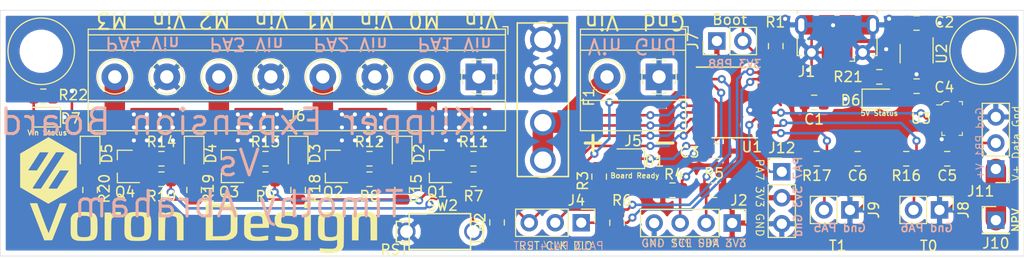
<source format=kicad_pcb>
(kicad_pcb (version 20171130) (host pcbnew "(5.1.5)-3")
  (title_block (rev B))
  (layers (0 F.Cu signal) (31 B.Cu signal hide) (34 B.Paste user hide) (35 F.Paste user) (36 B.SilkS user hide) (37 F.SilkS user) (38 B.Mask user hide) (39 F.Mask user) (44 Edge.Cuts user))
  (net 0 "")
  (net 1 +3V3)
  (net 2 GND)
  (net 3 "Net-(D1-Pad2)")
  (net 4 /SCL)
  (net 5 /SDA)
  (net 6 /D+)
  (net 7 /D-)
  (net 8 /~RESET)
  (net 9 /SWDCLK)
  (net 10 /SWDIO)
  (net 11 /BOOT0)
  (net 12 /Mosfet3)
  (net 13 /Mosfet2)
  (net 14 /Mosfet1)
  (net 15 /Mosfet0)
  (net 16 PWM0)
  (net 17 PWM1)
  (net 18 PWM2)
  (net 19 PWM3)
  (net 20 /LED)
  (net 21 /Vin)
  (net 22 "Net-(Q1-Pad1)")
  (net 23 "Net-(Q2-Pad1)")
  (net 24 "Net-(Q3-Pad1)")
  (net 25 "Net-(Q4-Pad1)")
  (net 26 "Net-(F1-Pad2)")
  (net 27 T0)
  (net 28 T1)
  (net 29 Neopixel)
  (net 30 GPIO)
  (net 31 VCC)
  (net 32 "Net-(J10-Pad1)")
  (net 33 "Net-(J11-Pad2)")
  (net 34 "Net-(D2-Pad2)")
  (net 35 "Net-(D3-Pad2)")
  (net 36 "Net-(D4-Pad2)")
  (net 37 "Net-(D5-Pad2)")
  (net 38 "Net-(D6-Pad2)")
  (net 39 "Net-(D7-Pad2)")
  (module KlipperExpander:SOT-753 (layer F.Cu) (at 192.978 86.564 270)
    (fp_text reference U3 (at 0 3.048 180) (layer F.SilkS))
    (fp_text value 74LVC1G17)
    (pad 1 smd rect (at -0.95 1.35 270) (size 0.6 1.05) (layers F.Cu F.Paste F.Mask))
    (pad 2 smd rect (at 0 1.35 270) (size 0.6 1.05) (layers F.Cu F.Paste F.Mask) (net 29 Neopixel))
    (pad 3 smd rect (at 0.95 1.35 270) (size 0.6 1.05) (layers F.Cu F.Paste F.Mask) (net 2 GND))
    (pad 4 smd rect (at 0.95 -1.35 270) (size 0.6 1.05) (layers F.Cu F.Paste F.Mask) (net 33 "Net-(J11-Pad2)"))
    (pad 5 smd rect (at -0.95 -1.35 270) (size 0.6 1.05) (layers F.Cu F.Paste F.Mask) (net 31 VCC))
  )
  (module KlipperExpander:SOT-23-5 (layer F.Cu) (at 189.509 80.239 270)
    (fp_text reference U2 (at 0 -2.453 90) (layer F.SilkS))
    (fp_text value AP2127K-3.3)
    (pad 5 smd rect (at 1.1 -0.95 270) (size 1.06 0.65) (layers F.Cu F.Paste F.Mask) (net 1 +3V3))
    (pad 4 smd rect (at 1.1 0.95 270) (size 1.06 0.65) (layers F.Cu F.Paste F.Mask))
    (pad 3 smd rect (at -1.1 0.95 270) (size 1.06 0.65) (layers F.Cu F.Paste F.Mask) (net 31 VCC))
    (pad 2 smd rect (at -1.1 0 270) (size 1.06 0.65) (layers F.Cu F.Paste F.Mask) (net 2 GND))
    (pad 1 smd rect (at -1.1 -0.95 270) (size 1.06 0.65) (layers F.Cu F.Paste F.Mask) (net 31 VCC))
  )
  (module KlipperExpander:TSSOP-20_4.4x6.5mm_P0.65mm (layer F.Cu) (at 171.75 85)
    (fp_text reference U1 (at 1.67 4.358) (layer F.SilkS))
    (fp_text value STM32F042F6Px)
    (pad 20 smd rect (at 2.95 -2.925) (size 1.45 0.45) (layers F.Cu F.Paste F.Mask) (net 9 /SWDCLK))
    (pad 19 smd rect (at 2.95 -2.275) (size 1.45 0.45) (layers F.Cu F.Paste F.Mask) (net 10 /SWDIO))
    (pad 18 smd rect (at 2.95 -1.625) (size 1.45 0.45) (layers F.Cu F.Paste F.Mask) (net 6 /D+))
    (pad 17 smd rect (at 2.95 -0.975) (size 1.45 0.45) (layers F.Cu F.Paste F.Mask) (net 7 /D-))
    (pad 16 smd rect (at 2.95 -0.325) (size 1.45 0.45) (layers F.Cu F.Paste F.Mask) (net 1 +3V3))
    (pad 15 smd rect (at 2.95 0.325) (size 1.45 0.45) (layers F.Cu F.Paste F.Mask) (net 2 GND))
    (pad 14 smd rect (at 2.95 0.975) (size 1.45 0.45) (layers F.Cu F.Paste F.Mask) (net 29 Neopixel))
    (pad 13 smd rect (at 2.95 1.625) (size 1.45 0.45) (layers F.Cu F.Paste F.Mask) (net 30 GPIO))
    (pad 12 smd rect (at 2.95 2.275) (size 1.45 0.45) (layers F.Cu F.Paste F.Mask) (net 27 T0))
    (pad 11 smd rect (at 2.95 2.925) (size 1.45 0.45) (layers F.Cu F.Paste F.Mask) (net 28 T1))
    (pad 10 smd rect (at -2.95 2.925) (size 1.45 0.45) (layers F.Cu F.Paste F.Mask) (net 20 /LED))
    (pad 9 smd rect (at -2.95 2.275) (size 1.45 0.45) (layers F.Cu F.Paste F.Mask) (net 19 PWM3))
    (pad 8 smd rect (at -2.95 1.625) (size 1.45 0.45) (layers F.Cu F.Paste F.Mask) (net 18 PWM2))
    (pad 7 smd rect (at -2.95 0.975) (size 1.45 0.45) (layers F.Cu F.Paste F.Mask) (net 17 PWM1))
    (pad 6 smd rect (at -2.95 0.325) (size 1.45 0.45) (layers F.Cu F.Paste F.Mask) (net 16 PWM0))
    (pad 5 smd rect (at -2.95 -0.325) (size 1.45 0.45) (layers F.Cu F.Paste F.Mask) (net 1 +3V3))
    (pad 4 smd rect (at -2.95 -0.975) (size 1.45 0.45) (layers F.Cu F.Paste F.Mask) (net 8 /~RESET))
    (pad 3 smd rect (at -2.95 -1.625) (size 1.45 0.45) (layers F.Cu F.Paste F.Mask) (net 4 /SCL))
    (pad 2 smd rect (at -2.95 -2.275) (size 1.45 0.45) (layers F.Cu F.Paste F.Mask) (net 5 /SDA))
    (pad 1 smd rect (at -2.95 -2.925) (size 1.45 0.45) (layers F.Cu F.Paste F.Mask) (net 11 /BOOT0))
  )
  (module KlipperExpander:2PinTactileButton (layer F.Cu) (at 142.94 97.613 180)
    (fp_text reference SW2 (at -0.254 2.54) (layer F.SilkS))
    (fp_text value SW_SPST)
    (pad 1 thru_hole circle (at 3.25 0 180) (size 1.75 1.75) (drill 1.25) (layers *.Cu *.Mask) (net 2 GND))
    (pad 2 thru_hole circle (at -3.25 0 180) (size 1.75 1.75) (drill 1.25) (layers *.Cu *.Mask) (net 8 /~RESET))
  )
  (module KlipperExpander:R_0805_2012Metric (layer F.Cu) (at 104.205 84.405)
    (fp_text reference R22 (at 2.921 -0.127) (layer F.SilkS))
    (fp_text value 4.7K)
    (pad 2 smd roundrect (at 0.9375 0) (size 0.975 1.4) (layers F.Cu F.Paste F.Mask) (net 21 /Vin))
    (pad 1 smd roundrect (at -0.9375 0) (size 0.975 1.4) (layers F.Cu F.Paste F.Mask) (net 39 "Net-(D7-Pad2)"))
  )
  (module KlipperExpander:R_0805_2012Metric (layer F.Cu) (at 185.866 82.5 180)
    (fp_text reference R21 (at 3.048 0) (layer F.SilkS))
    (fp_text value 1K)
    (pad 2 smd roundrect (at 0.9375 0 180) (size 0.975 1.4) (layers F.Cu F.Paste F.Mask) (net 31 VCC))
    (pad 1 smd roundrect (at -0.9375 0 180) (size 0.975 1.4) (layers F.Cu F.Paste F.Mask) (net 38 "Net-(D6-Pad2)"))
  )
  (module KlipperExpander:R_0805_2012Metric (layer F.Cu) (at 108.777 93.549 90)
    (fp_text reference R20 (at 0.127 1.397 90) (layer F.SilkS))
    (fp_text value 4.7K)
    (pad 2 smd roundrect (at 0.9375 0 90) (size 0.975 1.4) (layers F.Cu F.Paste F.Mask) (net 37 "Net-(D5-Pad2)"))
    (pad 1 smd roundrect (at -0.9375 0 90) (size 0.975 1.4) (layers F.Cu F.Paste F.Mask) (net 21 /Vin))
  )
  (module KlipperExpander:R_0805_2012Metric (layer F.Cu) (at 118.937 93.549 90)
    (fp_text reference R19 (at 0.127 1.397 90) (layer F.SilkS))
    (fp_text value 4.7K)
    (pad 2 smd roundrect (at 0.9375 0 90) (size 0.975 1.4) (layers F.Cu F.Paste F.Mask) (net 36 "Net-(D4-Pad2)"))
    (pad 1 smd roundrect (at -0.9375 0 90) (size 0.975 1.4) (layers F.Cu F.Paste F.Mask) (net 21 /Vin))
  )
  (module KlipperExpander:R_0805_2012Metric (layer F.Cu) (at 129.097 93.549 90)
    (fp_text reference R18 (at 0.127 1.651 270) (layer F.SilkS))
    (fp_text value 4.7K)
    (pad 2 smd roundrect (at 0.9375 0 90) (size 0.975 1.4) (layers F.Cu F.Paste F.Mask) (net 35 "Net-(D3-Pad2)"))
    (pad 1 smd roundrect (at -0.9375 0 90) (size 0.975 1.4) (layers F.Cu F.Paste F.Mask) (net 21 /Vin))
  )
  (module KlipperExpander:R_0805_2012Metric (layer F.Cu) (at 179.75 90.5 180)
    (fp_text reference R17 (at 0 -1.65) (layer F.SilkS))
    (fp_text value 4.7K)
    (pad 2 smd roundrect (at 0.9375 0 180) (size 0.975 1.4) (layers F.Cu F.Paste F.Mask) (net 1 +3V3))
    (pad 1 smd roundrect (at -0.9375 0 180) (size 0.975 1.4) (layers F.Cu F.Paste F.Mask) (net 28 T1))
  )
  (module KlipperExpander:R_0805_2012Metric (layer F.Cu) (at 188.5 90.5 180)
    (fp_text reference R16 (at 0 -1.65) (layer F.SilkS))
    (fp_text value 4.7K)
    (pad 2 smd roundrect (at 0.9375 0 180) (size 0.975 1.4) (layers F.Cu F.Paste F.Mask) (net 1 +3V3))
    (pad 1 smd roundrect (at -0.9375 0 180) (size 0.975 1.4) (layers F.Cu F.Paste F.Mask) (net 27 T0))
  )
  (module KlipperExpander:R_0805_2012Metric (layer F.Cu) (at 139.257 93.549 90)
    (fp_text reference R15 (at 0.127 1.397 90) (layer F.SilkS))
    (fp_text value 4.7K)
    (pad 2 smd roundrect (at 0.9375 0 90) (size 0.975 1.4) (layers F.Cu F.Paste F.Mask) (net 34 "Net-(D2-Pad2)"))
    (pad 1 smd roundrect (at -0.9375 0 90) (size 0.975 1.4) (layers F.Cu F.Paste F.Mask) (net 21 /Vin))
  )
  (module KlipperExpander:R_0805_2012Metric (layer F.Cu) (at 115.746 90.5 180)
    (fp_text reference R14 (at 0 1.65) (layer F.SilkS))
    (fp_text value 10K)
    (pad 2 smd roundrect (at 0.9375 0 180) (size 0.975 1.4) (layers F.Cu F.Paste F.Mask) (net 2 GND))
    (pad 1 smd roundrect (at -0.9375 0 180) (size 0.975 1.4) (layers F.Cu F.Paste F.Mask) (net 19 PWM3))
  )
  (module KlipperExpander:R_0805_2012Metric (layer F.Cu) (at 125.906 90.5 180)
    (fp_text reference R13 (at 0 1.65) (layer F.SilkS))
    (fp_text value 10K)
    (pad 2 smd roundrect (at 0.9375 0 180) (size 0.975 1.4) (layers F.Cu F.Paste F.Mask) (net 2 GND))
    (pad 1 smd roundrect (at -0.9375 0 180) (size 0.975 1.4) (layers F.Cu F.Paste F.Mask) (net 18 PWM2))
  )
  (module KlipperExpander:R_0805_2012Metric (layer F.Cu) (at 136.066 90.5 180)
    (fp_text reference R12 (at 0 1.65) (layer F.SilkS))
    (fp_text value 10K)
    (pad 2 smd roundrect (at 0.9375 0 180) (size 0.975 1.4) (layers F.Cu F.Paste F.Mask) (net 2 GND))
    (pad 1 smd roundrect (at -0.9375 0 180) (size 0.975 1.4) (layers F.Cu F.Paste F.Mask) (net 17 PWM1))
  )
  (module KlipperExpander:R_0805_2012Metric (layer F.Cu) (at 146.226 90.5 180)
    (fp_text reference R11 (at 0 1.65) (layer F.SilkS))
    (fp_text value 10K)
    (pad 2 smd roundrect (at 0.9375 0 180) (size 0.975 1.4) (layers F.Cu F.Paste F.Mask) (net 2 GND))
    (pad 1 smd roundrect (at -0.9375 0 180) (size 0.975 1.4) (layers F.Cu F.Paste F.Mask) (net 16 PWM0))
  )
  (module KlipperExpander:R_0805_2012Metric (layer F.Cu) (at 115.746 92.5 180)
    (fp_text reference R10 (at 0 -1.65) (layer F.SilkS))
    (fp_text value 100)
    (pad 2 smd roundrect (at 0.9375 0 180) (size 0.975 1.4) (layers F.Cu F.Paste F.Mask) (net 25 "Net-(Q4-Pad1)"))
    (pad 1 smd roundrect (at -0.9375 0 180) (size 0.975 1.4) (layers F.Cu F.Paste F.Mask) (net 19 PWM3))
  )
  (module KlipperExpander:R_0805_2012Metric (layer F.Cu) (at 125.906 92.5 180)
    (fp_text reference R9 (at 0 -1.65) (layer F.SilkS))
    (fp_text value 100)
    (pad 2 smd roundrect (at 0.9375 0 180) (size 0.975 1.4) (layers F.Cu F.Paste F.Mask) (net 24 "Net-(Q3-Pad1)"))
    (pad 1 smd roundrect (at -0.9375 0 180) (size 0.975 1.4) (layers F.Cu F.Paste F.Mask) (net 18 PWM2))
  )
  (module KlipperExpander:R_0805_2012Metric (layer F.Cu) (at 136.066 92.5 180)
    (fp_text reference R8 (at 0 -1.65) (layer F.SilkS))
    (fp_text value 100)
    (pad 2 smd roundrect (at 0.9375 0 180) (size 0.975 1.4) (layers F.Cu F.Paste F.Mask) (net 23 "Net-(Q2-Pad1)"))
    (pad 1 smd roundrect (at -0.9375 0 180) (size 0.975 1.4) (layers F.Cu F.Paste F.Mask) (net 17 PWM1))
  )
  (module KlipperExpander:R_0805_2012Metric (layer F.Cu) (at 146.226 92.5 180)
    (fp_text reference R7 (at 0 -1.65) (layer F.SilkS))
    (fp_text value 100)
    (pad 2 smd roundrect (at 0.9375 0 180) (size 0.975 1.4) (layers F.Cu F.Paste F.Mask) (net 22 "Net-(Q1-Pad1)"))
    (pad 1 smd roundrect (at -0.9375 0 180) (size 0.975 1.4) (layers F.Cu F.Paste F.Mask) (net 16 PWM0))
  )
  (module KlipperExpander:R_0805_2012Metric (layer F.Cu) (at 160.25 96.75 270)
    (fp_text reference R6 (at -2.185 -0.47 180) (layer F.SilkS))
    (fp_text value 10K)
    (pad 2 smd roundrect (at 0.9375 0 270) (size 0.975 1.4) (layers F.Cu F.Paste F.Mask) (net 1 +3V3))
    (pad 1 smd roundrect (at -0.9375 0 270) (size 0.975 1.4) (layers F.Cu F.Paste F.Mask) (net 9 /SWDCLK))
  )
  (module KlipperExpander:R_0805_2012Metric (layer F.Cu) (at 169.724 93.576)
    (fp_text reference R5 (at 0 -1.65) (layer F.SilkS))
    (fp_text value 4.7K)
    (pad 2 smd roundrect (at 0.9375 0) (size 0.975 1.4) (layers F.Cu F.Paste F.Mask) (net 1 +3V3))
    (pad 1 smd roundrect (at -0.9375 0) (size 0.975 1.4) (layers F.Cu F.Paste F.Mask) (net 5 /SDA))
  )
  (module KlipperExpander:R_0805_2012Metric (layer F.Cu) (at 165.66 93.576 180)
    (fp_text reference R4 (at -0.14 1.551) (layer F.SilkS))
    (fp_text value 4.7K)
    (pad 2 smd roundrect (at 0.9375 0 180) (size 0.975 1.4) (layers F.Cu F.Paste F.Mask) (net 1 +3V3))
    (pad 1 smd roundrect (at -0.9375 0 180) (size 0.975 1.4) (layers F.Cu F.Paste F.Mask) (net 4 /SCL))
  )
  (module KlipperExpander:R_0805_2012Metric (layer F.Cu) (at 158.5 92.25 270)
    (fp_text reference R3 (at 0.41 1.59 90) (layer F.SilkS))
    (fp_text value 1K)
    (pad 2 smd roundrect (at 0.9375 0 270) (size 0.975 1.4) (layers F.Cu F.Paste F.Mask) (net 1 +3V3))
    (pad 1 smd roundrect (at -0.9375 0 270) (size 0.975 1.4) (layers F.Cu F.Paste F.Mask) (net 3 "Net-(D1-Pad2)"))
  )
  (module KlipperExpander:R_0805_2012Metric (layer F.Cu) (at 148.528 96.724 90)
    (fp_text reference R2 (at 0 -1.65 90) (layer F.SilkS))
    (fp_text value 10K)
    (pad 2 smd roundrect (at 0.9375 0 90) (size 0.975 1.4) (layers F.Cu F.Paste F.Mask) (net 8 /~RESET))
    (pad 1 smd roundrect (at -0.9375 0 90) (size 0.975 1.4) (layers F.Cu F.Paste F.Mask) (net 1 +3V3))
  )
  (module KlipperExpander:R_0805_2012Metric (layer F.Cu) (at 175.75 79.5 270)
    (fp_text reference R1 (at -2.334 0.044 180) (layer F.SilkS))
    (fp_text value 10K)
    (pad 2 smd roundrect (at 0.9375 0 270) (size 0.975 1.4) (layers F.Cu F.Paste F.Mask) (net 11 /BOOT0))
    (pad 1 smd roundrect (at -0.9375 0 270) (size 0.975 1.4) (layers F.Cu F.Paste F.Mask) (net 2 GND))
  )
  (module KlipperExpander:SOT-23 (layer F.Cu) (at 112.196 91.25 180)
    (fp_text reference Q4 (at 0 -2.5) (layer F.SilkS))
    (fp_text value IRLML6344TRPBF)
    (pad 3 smd rect (at 1 0 180) (size 0.9 0.8) (layers F.Cu F.Paste F.Mask) (net 12 /Mosfet3))
    (pad 2 smd rect (at -1 0.95 180) (size 0.9 0.8) (layers F.Cu F.Paste F.Mask) (net 2 GND))
    (pad 1 smd rect (at -1 -0.95 180) (size 0.9 0.8) (layers F.Cu F.Paste F.Mask) (net 25 "Net-(Q4-Pad1)"))
  )
  (module KlipperExpander:SOT-23 (layer F.Cu) (at 122.356 91.25 180)
    (fp_text reference Q3 (at 0 -2.5) (layer F.SilkS))
    (fp_text value IRLML6344TRPBF)
    (pad 3 smd rect (at 1 0 180) (size 0.9 0.8) (layers F.Cu F.Paste F.Mask) (net 13 /Mosfet2))
    (pad 2 smd rect (at -1 0.95 180) (size 0.9 0.8) (layers F.Cu F.Paste F.Mask) (net 2 GND))
    (pad 1 smd rect (at -1 -0.95 180) (size 0.9 0.8) (layers F.Cu F.Paste F.Mask) (net 24 "Net-(Q3-Pad1)"))
  )
  (module KlipperExpander:SOT-23 (layer F.Cu) (at 132.516 91.25 180)
    (fp_text reference Q2 (at 0 -2.5) (layer F.SilkS))
    (fp_text value IRLML6344TRPBF)
    (pad 3 smd rect (at 1 0 180) (size 0.9 0.8) (layers F.Cu F.Paste F.Mask) (net 14 /Mosfet1))
    (pad 2 smd rect (at -1 0.95 180) (size 0.9 0.8) (layers F.Cu F.Paste F.Mask) (net 2 GND))
    (pad 1 smd rect (at -1 -0.95 180) (size 0.9 0.8) (layers F.Cu F.Paste F.Mask) (net 23 "Net-(Q2-Pad1)"))
  )
  (module KlipperExpander:SOT-23 (layer F.Cu) (at 142.676 91.25 180)
    (fp_text reference Q1 (at 0 -2.5) (layer F.SilkS))
    (fp_text value IRLML6344TRPBF)
    (pad 3 smd rect (at 1 0 180) (size 0.9 0.8) (layers F.Cu F.Paste F.Mask) (net 15 /Mosfet0))
    (pad 2 smd rect (at -1 0.95 180) (size 0.9 0.8) (layers F.Cu F.Paste F.Mask) (net 2 GND))
    (pad 1 smd rect (at -1 -0.95 180) (size 0.9 0.8) (layers F.Cu F.Paste F.Mask) (net 22 "Net-(Q1-Pad1)"))
  )
  (module KlipperExpander:PinHeader_1x03_P2.54mm_Vertical (layer F.Cu) (at 176.341 91.771)
    (fp_text reference J12 (at 0 -2.33) (layer F.SilkS))
    (fp_text value Conn_01x03)
    (pad 3 thru_hole oval (at 0 5.08) (size 1.7 1.7) (drill 1) (layers *.Cu *.Mask) (net 2 GND))
    (pad 2 thru_hole oval (at 0 2.54) (size 1.7 1.7) (drill 1) (layers *.Cu *.Mask) (net 1 +3V3))
    (pad 1 thru_hole rect (at 0 0) (size 1.7 1.7) (drill 1) (layers *.Cu *.Mask) (net 30 GPIO))
  )
  (module KlipperExpander:PinHeader_1x03_P2.54mm_Vertical (layer F.Cu) (at 197.25 91.5 180)
    (fp_text reference J11 (at 1.478 -2.176) (layer F.SilkS))
    (fp_text value Conn_01x03)
    (pad 3 thru_hole oval (at 0 5.08 180) (size 1.7 1.7) (drill 1) (layers *.Cu *.Mask) (net 2 GND))
    (pad 2 thru_hole oval (at 0 2.54 180) (size 1.7 1.7) (drill 1) (layers *.Cu *.Mask) (net 33 "Net-(J11-Pad2)"))
    (pad 1 thru_hole rect (at 0 0 180) (size 1.7 1.7) (drill 1) (layers *.Cu *.Mask) (net 32 "Net-(J10-Pad1)"))
  )
  (module KlipperExpander:PinHeader_1x01_P2.54mm_Vertical (layer F.Cu) (at 197.25 96.5)
    (fp_text reference J10 (at 0 2.256) (layer F.SilkS))
    (fp_text value Conn_01x01)
    (pad 1 thru_hole rect (at 0 0) (size 1.7 1.7) (drill 1) (layers *.Cu *.Mask) (net 32 "Net-(J10-Pad1)"))
  )
  (module KlipperExpander:PinHeader_1x02_P2.54mm_Vertical (layer F.Cu) (at 183 95.5 270)
    (fp_text reference J9 (at 0 -2.33 90) (layer F.SilkS))
    (fp_text value Conn_01x02)
    (pad 2 thru_hole oval (at 0 2.54 270) (size 1.7 1.7) (drill 1) (layers *.Cu *.Mask) (net 28 T1))
    (pad 1 thru_hole rect (at 0 0 270) (size 1.7 1.7) (drill 1) (layers *.Cu *.Mask) (net 2 GND))
  )
  (module KlipperExpander:PinHeader_1x02_P2.54mm_Vertical (layer F.Cu) (at 191.75 95.5 270)
    (fp_text reference J8 (at 0 -2.33 90) (layer F.SilkS))
    (fp_text value Conn_01x02)
    (pad 2 thru_hole oval (at 0 2.54 270) (size 1.7 1.7) (drill 1) (layers *.Cu *.Mask) (net 27 T0))
    (pad 1 thru_hole rect (at 0 0 270) (size 1.7 1.7) (drill 1) (layers *.Cu *.Mask) (net 2 GND))
  )
  (module KlipperExpander:PinHeader_1x02_P2.54mm_Vertical (layer F.Cu) (at 170 79 90)
    (fp_text reference J7 (at 0 -2.33 90) (layer F.SilkS))
    (fp_text value Conn_01x02)
    (pad 2 thru_hole oval (at 0 2.54 90) (size 1.7 1.7) (drill 1) (layers *.Cu *.Mask) (net 11 /BOOT0))
    (pad 1 thru_hole rect (at 0 0 90) (size 1.7 1.7) (drill 1) (layers *.Cu *.Mask) (net 1 +3V3))
  )
  (module KlipperExpander:1x08_ScrewTerminal_Phoenix (layer F.Cu) (at 146.75 82.5 180)
    (fp_text reference J6 (at 17.78 -3.81) (layer F.SilkS))
    (fp_text value Screw_Terminal_01x08)
    (pad 1 thru_hole rect (at 0 0 180) (size 2.6 2.6) (drill 1.3) (layers *.Cu *.Mask) (net 21 /Vin))
    (pad 2 thru_hole circle (at 5.08 0 180) (size 2.6 2.6) (drill 1.3) (layers *.Cu *.Mask) (net 15 /Mosfet0))
    (pad 3 thru_hole circle (at 10.16 0 180) (size 2.6 2.6) (drill 1.3) (layers *.Cu *.Mask) (net 21 /Vin))
    (pad 4 thru_hole circle (at 15.24 0 180) (size 2.6 2.6) (drill 1.3) (layers *.Cu *.Mask) (net 14 /Mosfet1))
    (pad 5 thru_hole circle (at 20.32 0 180) (size 2.6 2.6) (drill 1.3) (layers *.Cu *.Mask) (net 21 /Vin))
    (pad 6 thru_hole circle (at 25.4 0 180) (size 2.6 2.6) (drill 1.3) (layers *.Cu *.Mask) (net 13 /Mosfet2))
    (pad 7 thru_hole circle (at 30.48 0 180) (size 2.6 2.6) (drill 1.3) (layers *.Cu *.Mask) (net 21 /Vin))
    (pad 8 thru_hole circle (at 35.56 0 180) (size 2.6 2.6) (drill 1.3) (layers *.Cu *.Mask) (net 12 /Mosfet3))
  )
  (module KlipperExpander:1x02_ScrewTerminal_Phoenix (layer F.Cu) (at 164.35 82.5 180)
    (fp_text reference J5 (at 2.54 -6.26) (layer F.SilkS))
    (fp_text value Vin)
    (pad 2 thru_hole circle (at 5.08 0 180) (size 2.6 2.6) (drill 1.3) (layers *.Cu *.Mask) (net 26 "Net-(F1-Pad2)"))
    (pad 1 thru_hole rect (at 0 0 180) (size 2.6 2.6) (drill 1.3) (layers *.Cu *.Mask) (net 2 GND))
  )
  (module KlipperExpander:PinHeader_1x03_P2.54mm_Vertical (layer F.Cu) (at 156.75 96.75 270)
    (fp_text reference J4 (at -2.185 0.475 180) (layer F.SilkS))
    (fp_text value Conn_01x03)
    (pad 3 thru_hole oval (at 0 5.08 270) (size 1.7 1.7) (drill 1) (layers *.Cu *.Mask) (net 8 /~RESET))
    (pad 2 thru_hole oval (at 0 2.54 270) (size 1.7 1.7) (drill 1) (layers *.Cu *.Mask) (net 9 /SWDCLK))
    (pad 1 thru_hole rect (at 0 0 270) (size 1.7 1.7) (drill 1) (layers *.Cu *.Mask) (net 10 /SWDIO))
  )
  (module KlipperExpander:PinHeader_1x04_P2.54mm_Vertical (layer F.Cu) (at 171.494 96.778 270)
    (fp_text reference J2 (at -2.213 -0.656 180) (layer F.SilkS))
    (fp_text value Conn_01x04)
    (pad 4 thru_hole oval (at 0 7.62 270) (size 1.7 1.7) (drill 1) (layers *.Cu *.Mask) (net 2 GND))
    (pad 3 thru_hole oval (at 0 5.08 270) (size 1.7 1.7) (drill 1) (layers *.Cu *.Mask) (net 4 /SCL))
    (pad 2 thru_hole oval (at 0 2.54 270) (size 1.7 1.7) (drill 1) (layers *.Cu *.Mask) (net 5 /SDA))
    (pad 1 thru_hole rect (at 0 0 270) (size 1.7 1.7) (drill 1) (layers *.Cu *.Mask) (net 1 +3V3))
  )
  (module KlipperExpander:Molex-105017-0001-USBMicroB (layer F.Cu) (at 181.742 78.659 180)
    (fp_text reference J1 (at 2.988 -3.333) (layer F.SilkS))
    (fp_text value USB_B_Micro)
    (pad 6 smd rect (at -2.9 1.2375 180) (size 1.2 1.9) (layers F.Cu F.Mask) (net 2 GND))
    (pad 6 smd rect (at 2.9 1.2375 180) (size 1.2 1.9) (layers F.Cu F.Mask) (net 2 GND))
    (pad 6 thru_hole oval (at 3.5 1.2375 180) (size 1.2 1.9) (drill oval 0.6 1.3) (layers *.Cu *.Mask) (net 2 GND))
    (pad 6 thru_hole oval (at -3.5 1.2375) (size 1.2 1.9) (drill oval 0.6 1.3) (layers *.Cu *.Mask) (net 2 GND))
    (pad 6 smd rect (at -1 1.2375 180) (size 1.5 1.9) (layers F.Cu F.Paste F.Mask) (net 2 GND))
    (pad 6 thru_hole circle (at 2.5 -1.4625 180) (size 1.45 1.45) (drill 0.85) (layers *.Cu *.Mask) (net 2 GND))
    (pad 3 smd rect (at 0 -1.4625 180) (size 0.4 1.35) (layers F.Cu F.Paste F.Mask) (net 6 /D+))
    (pad 4 smd rect (at 0.65 -1.4625 180) (size 0.4 1.35) (layers F.Cu F.Paste F.Mask) (net 2 GND))
    (pad 5 smd rect (at 1.3 -1.4625 180) (size 0.4 1.35) (layers F.Cu F.Paste F.Mask) (net 2 GND))
    (pad 1 smd rect (at -1.3 -1.4625 180) (size 0.4 1.35) (layers F.Cu F.Paste F.Mask) (net 31 VCC))
    (pad 2 smd rect (at -0.65 -1.4625 180) (size 0.4 1.35) (layers F.Cu F.Paste F.Mask) (net 7 /D-))
    (pad 6 thru_hole circle (at -2.5 -1.4625 180) (size 1.45 1.45) (drill 0.85) (layers *.Cu *.Mask) (net 2 GND))
    (pad 6 smd rect (at 1 1.2375 180) (size 1.5 1.9) (layers F.Cu F.Paste F.Mask) (net 2 GND))
  )
  (module KlipperExpander:MountingHole_3.2mm_M3 (layer F.Cu) (at 104 80)
    (fp_text reference H2 hide)
    (fp_text value MountingHole)
    (pad 1 np_thru_hole circle (at 0 0) (size 3.2 3.2) (drill 3.2) (layers *.Cu *.Mask))
  )
  (module KlipperExpander:MountingHole_3.2mm_M3 (layer F.Cu) (at 196 80)
    (fp_text reference H1 hide)
    (fp_text value MountingHole)
    (pad 1 np_thru_hole circle (at 0 0) (size 3.2 3.2) (drill 3.2) (layers *.Cu *.Mask))
  )
  (module KlipperExpander:3544-2_FuseHolder (layer F.Cu) (at 153 84.74 270)
    (fp_text reference F1 (at -0.25 -4.5 90) (layer F.SilkS))
    (fp_text value Fuse)
    (pad 2 thru_hole circle (at 5.895 0 270) (size 2.5 2.5) (drill 1.7) (layers *.Cu *.Mask) (net 26 "Net-(F1-Pad2)"))
    (pad 2 thru_hole circle (at 2.235 0 270) (size 2.5 2.5) (drill 1.7) (layers *.Cu *.Mask) (net 26 "Net-(F1-Pad2)"))
    (pad 1 thru_hole circle (at -2.235 0 270) (size 2.5 2.5) (drill 1.7) (layers *.Cu *.Mask) (net 21 /Vin))
    (pad 1 thru_hole circle (at -5.895 0 270) (size 2.5 2.5) (drill 1.7) (layers *.Cu *.Mask) (net 21 /Vin))
  )
  (module KlipperExpander:LED_0805_2012Metric (layer F.Cu) (at 104.205 86.437 180)
    (fp_text reference D7 (at -2.667 -0.127) (layer F.SilkS))
    (fp_text value LED)
    (pad 2 smd roundrect (at 0.9375 0 180) (size 0.975 1.4) (layers F.Cu F.Paste F.Mask) (net 39 "Net-(D7-Pad2)"))
    (pad 1 smd roundrect (at -0.9375 0 180) (size 0.975 1.4) (layers F.Cu F.Paste F.Mask) (net 2 GND))
  )
  (module KlipperExpander:LED_0805_2012Metric (layer F.Cu) (at 185.866 84.659)
    (fp_text reference D6 (at -2.794 0.127) (layer F.SilkS))
    (fp_text value LED)
    (pad 2 smd roundrect (at 0.9375 0) (size 0.975 1.4) (layers F.Cu F.Paste F.Mask) (net 38 "Net-(D6-Pad2)"))
    (pad 1 smd roundrect (at -0.9375 0) (size 0.975 1.4) (layers F.Cu F.Paste F.Mask) (net 2 GND))
  )
  (module KlipperExpander:LED_0805_2012Metric (layer F.Cu) (at 108.777 89.993 270)
    (fp_text reference D5 (at 0 -1.65 90) (layer F.SilkS))
    (fp_text value LED)
    (pad 2 smd roundrect (at 0.9375 0 270) (size 0.975 1.4) (layers F.Cu F.Paste F.Mask) (net 37 "Net-(D5-Pad2)"))
    (pad 1 smd roundrect (at -0.9375 0 270) (size 0.975 1.4) (layers F.Cu F.Paste F.Mask) (net 12 /Mosfet3))
  )
  (module KlipperExpander:LED_0805_2012Metric (layer F.Cu) (at 118.937 89.993 270)
    (fp_text reference D4 (at 0 -1.65 90) (layer F.SilkS))
    (fp_text value LED)
    (pad 2 smd roundrect (at 0.9375 0 270) (size 0.975 1.4) (layers F.Cu F.Paste F.Mask) (net 36 "Net-(D4-Pad2)"))
    (pad 1 smd roundrect (at -0.9375 0 270) (size 0.975 1.4) (layers F.Cu F.Paste F.Mask) (net 13 /Mosfet2))
  )
  (module KlipperExpander:LED_0805_2012Metric (layer F.Cu) (at 129.097 89.993 270)
    (fp_text reference D3 (at 0 -1.65 90) (layer F.SilkS))
    (fp_text value LED)
    (pad 2 smd roundrect (at 0.9375 0 270) (size 0.975 1.4) (layers F.Cu F.Paste F.Mask) (net 35 "Net-(D3-Pad2)"))
    (pad 1 smd roundrect (at -0.9375 0 270) (size 0.975 1.4) (layers F.Cu F.Paste F.Mask) (net 14 /Mosfet1))
  )
  (module KlipperExpander:LED_0805_2012Metric (layer F.Cu) (at 139.257 89.993 270)
    (fp_text reference D2 (at 0 -1.65 90) (layer F.SilkS))
    (fp_text value LED)
    (pad 2 smd roundrect (at 0.9375 0 270) (size 0.975 1.4) (layers F.Cu F.Paste F.Mask) (net 34 "Net-(D2-Pad2)"))
    (pad 1 smd roundrect (at -0.9375 0 270) (size 0.975 1.4) (layers F.Cu F.Paste F.Mask) (net 15 /Mosfet0))
  )
  (module KlipperExpander:LED_0805_2012Metric (layer F.Cu) (at 161.25 90.5 180)
    (fp_text reference D1 (at -2.645 -0.255) (layer F.SilkS))
    (fp_text value LED)
    (pad 2 smd roundrect (at 0.9375 0 180) (size 0.975 1.4) (layers F.Cu F.Paste F.Mask) (net 3 "Net-(D1-Pad2)"))
    (pad 1 smd roundrect (at -0.9375 0 180) (size 0.975 1.4) (layers F.Cu F.Paste F.Mask) (net 20 /LED))
  )
  (module KlipperExpander:C_0805_2012Metric (layer F.Cu) (at 183.75 90.5 180)
    (fp_text reference C6 (at 0 -1.65) (layer F.SilkS))
    (fp_text value 4.7uF)
    (pad 2 smd roundrect (at 0.9375 0 180) (size 0.975 1.4) (layers F.Cu F.Paste F.Mask) (net 28 T1))
    (pad 1 smd roundrect (at -0.9375 0 180) (size 0.975 1.4) (layers F.Cu F.Paste F.Mask) (net 2 GND))
  )
  (module KlipperExpander:C_0805_2012Metric (layer F.Cu) (at 192.5 90.5 180)
    (fp_text reference C5 (at 0 -1.65) (layer F.SilkS))
    (fp_text value 4.7uF)
    (pad 2 smd roundrect (at 0.9375 0 180) (size 0.975 1.4) (layers F.Cu F.Paste F.Mask) (net 27 T0))
    (pad 1 smd roundrect (at -0.9375 0 180) (size 0.975 1.4) (layers F.Cu F.Paste F.Mask) (net 2 GND))
  )
  (module KlipperExpander:C_0805_2012Metric (layer F.Cu) (at 189.509 83.414)
    (fp_text reference C4 (at 2.707 0.102) (layer F.SilkS))
    (fp_text value 4.7uF)
    (pad 2 smd roundrect (at 0.9375 0) (size 0.975 1.4) (layers F.Cu F.Paste F.Mask) (net 1 +3V3))
    (pad 1 smd roundrect (at -0.9375 0) (size 0.975 1.4) (layers F.Cu F.Paste F.Mask) (net 2 GND))
  )
  (module KlipperExpander:C_0805_2012Metric (layer F.Cu) (at 170 89.75)
    (fp_text reference C3 (at -2.676 0.116) (layer F.SilkS))
    (fp_text value 0.1uF)
    (pad 2 smd roundrect (at 0.9375 0) (size 0.975 1.4) (layers F.Cu F.Paste F.Mask) (net 1 +3V3))
    (pad 1 smd roundrect (at -0.9375 0) (size 0.975 1.4) (layers F.Cu F.Paste F.Mask) (net 2 GND))
  )
  (module KlipperExpander:C_0805_2012Metric (layer F.Cu) (at 189.501 77.24 180)
    (fp_text reference C2 (at -2.715 0.074) (layer F.SilkS))
    (fp_text value 4.7uF)
    (pad 2 smd roundrect (at 0.9375 0 180) (size 0.975 1.4) (layers F.Cu F.Paste F.Mask) (net 31 VCC))
    (pad 1 smd roundrect (at -0.9375 0 180) (size 0.975 1.4) (layers F.Cu F.Paste F.Mask) (net 2 GND))
  )
  (module KlipperExpander:C_0805_2012Metric (layer F.Cu) (at 179.5 85 180)
    (fp_text reference C1 (at 0 -1.65) (layer F.SilkS))
    (fp_text value 0.1uF)
    (pad 2 smd roundrect (at 0.9375 0 180) (size 0.975 1.4) (layers F.Cu F.Paste F.Mask) (net 1 +3V3))
    (pad 1 smd roundrect (at -0.9375 0 180) (size 0.975 1.4) (layers F.Cu F.Paste F.Mask) (net 2 GND))
  )
  (module TRA_KiCad_Footprints:VoronLogo_6pt5mm_silkScreen (layer F.Cu) (at 104.713 91.644)
    (fp_text reference G*** hide)
    (fp_text value LOGO hide)
  )
  (module TRA_KiCad_Footprints:VoronDesign_Text_35x20 (layer F.Cu) (at 119.953 96.597)
    (fp_text reference G*** hide)
    (fp_text value LOGO hide)
  )
  (gr_text "Board Ready" (at 161.99 92.152) (layer F.SilkS) (effects (font (size 0.5 0.5) (thickness 0.1))))
  (gr_text "Vin Status" (at 104.586 87.961) (layer F.SilkS) (effects (font (size 0.5 0.5) (thickness 0.1))))
  (gr_text "5V Status" (at 185.866 86.056) (layer F.SilkS) (effects (font (size 0.5 0.5) (thickness 0.1))))
  (gr_text "+   -" (at 161.422 88.819) (layer F.SilkS) (effects (font (size 2 2) (thickness 0.3))))
  (gr_text "Klipper Expansion Board\nVs\nTimothy Abraham" (at 123.304 90.922) (layer B.SilkS) (effects (font (size 2.5 2.5) (thickness 0.3)) (justify mirror)))
  (gr_text "PA7 3V3 GND" (at 174.182 94.311 270) (layer F.SilkS) (effects (font (size 0.75 0.75) (thickness 0.1))))
  (gr_circle (center 104 80) (end 107.25 80) (layer F.SilkS) (width 0.12))
  (gr_circle (center 196 80) (end 199.25 80) (layer F.SilkS) (width 0.12))
  (gr_text T1 (at 181.802 99) (layer F.SilkS) (effects (font (size 1 1))))
  (gr_line (start 100 76) (end 100 100) (layer Edge.Cuts) (width 0.05))
  (gr_line (start 200 76) (end 100 76) (layer Edge.Cuts) (width 0.05))
  (gr_line (start 200 100) (end 200 76) (layer Edge.Cuts) (width 0.05))
  (gr_line (start 100 100) (end 200 100) (layer Edge.Cuts) (width 0.05))
  (gr_text "PA1 Vin" (at 144.386 79.312 180) (layer B.SilkS) (effects (font (size 1.25 1.25) (thickness 0.2)) (justify mirror)))
  (gr_text "PA7 3v3 Gnd" (at 177.914 94.224 90) (layer B.SilkS) (effects (font (size 0.8 0.8)) (justify mirror)))
  (gr_text "Gnd PA5\n" (at 182 97.25) (layer B.SilkS) (effects (font (size 0.8 0.8)) (justify mirror)))
  (gr_text "PA3 Vin" (at 124.066 79.312 180) (layer B.SilkS) (effects (font (size 1.25 1.25) (thickness 0.2)) (justify mirror)))
  (gr_text "Vin Gnd\n" (at 161.75 79.5 180) (layer B.SilkS) (effects (font (size 1.5 1.5) (thickness 0.2)) (justify mirror)))
  (gr_text "Gnd PA6\n" (at 190.5 97.25) (layer B.SilkS) (effects (font (size 0.8 0.8)) (justify mirror)))
  (gr_text "3V3 PB8" (at 171.75 81.25) (layer B.SilkS) (effects (font (size 0.8 0.8)) (justify mirror)))
  (gr_text "PA2 Vin" (at 134.226 79.312 180) (layer B.SilkS) (effects (font (size 1.25 1.25) (thickness 0.2)) (justify mirror)))
  (gr_text "PA13 PA14 RST " (at 154.25 99) (layer B.SilkS) (effects (font (size 0.75 0.75) (thickness 0.1)) (justify mirror)))
  (gr_text "NPV\n" (at 199.25 96.5 90) (layer F.SilkS) (effects (font (size 0.8 0.8))))
  (gr_text "V+ Data Gnd" (at 199.25 89 90) (layer F.SilkS) (effects (font (size 0.75 0.75) (thickness 0.1))))
  (gr_text "PA4 Vin" (at 113.906 79.238 180) (layer B.SilkS) (effects (font (size 1.25 1.25) (thickness 0.2)) (justify mirror)))
  (gr_text RST (at 138.495 99.391) (layer F.SilkS) (effects (font (size 1 1))))
  (gr_text "RST CLK DIO" (at 154.25 99) (layer F.SilkS) (effects (font (size 0.75 0.75) (thickness 0.1))))
  (gr_text "Gnd PB1 V+\n" (at 195.694 89 90) (layer B.SilkS) (effects (font (size 0.75 0.75) (thickness 0.1)) (justify mirror)))
  (gr_text "3V3 PF0 PF1 GND" (at 167.75 98.75) (layer B.SilkS) (effects (font (size 0.75 0.75) (thickness 0.1)) (justify mirror)))
  (gr_text "GND SCL SDA 3V3" (at 167.75 98.75) (layer F.SilkS) (effects (font (size 0.75 0.75) (thickness 0.1))))
  (gr_text "Vin  M0" (at 144.25 77 180) (layer F.SilkS) (effects (font (size 1.5 1.5) (thickness 0.2))))
  (gr_text "Vin  M2" (at 123.75 77 180) (layer F.SilkS) (effects (font (size 1.5 1.5) (thickness 0.2))))
  (gr_text "Vin  M1" (at 134 77 180) (layer F.SilkS) (effects (font (size 1.5 1.5) (thickness 0.2))))
  (gr_text "Gnd  Vin" (at 162 77.159 180) (layer F.SilkS) (effects (font (size 1.5 1.5) (thickness 0.2))))
  (gr_text Boot (at 171.25 76.912) (layer F.SilkS) (effects (font (size 1 1))))
  (gr_text "Vin  M3" (at 113.75 77 180) (layer F.SilkS) (effects (font (size 1.5 1.5) (thickness 0.2))))
  (gr_text T0 (at 190.692 99.01) (layer F.SilkS) (effects (font (size 1 1))))
  (segment (start 174.7 84.675) (end 175.675 84.675) (width 0.25) (layer F.Cu) (net 1))
  (segment (start 175.675 84.675) (end 176.25 85.25) (width 0.25) (layer F.Cu) (net 1))
  (segment (start 175.675 84.675) (end 176.425 84.675) (width 0.25) (layer F.Cu) (net 1))
  (segment (start 169.775 84.675) (end 168.8 84.675) (width 0.25) (layer F.Cu) (net 1))
  (segment (start 170.9375 85.8375) (end 169.775 84.675) (width 0.25) (layer F.Cu) (net 1))
  (segment (start 170.9375 89.75) (end 170.9375 85.8375) (width 0.25) (layer F.Cu) (net 1))
  (segment (start 167.65 84.5) (end 166.25 84.5) (width 0.25) (layer F.Cu) (net 1))
  (segment (start 168.8 84.675) (end 167.825 84.675) (width 0.25) (layer F.Cu) (net 1))
  (segment (start 167.825 84.675) (end 167.65 84.5) (width 0.25) (layer F.Cu) (net 1))
  (segment (start 166.25 84.5) (end 165.25 85.5) (width 0.25) (layer F.Cu) (net 1))
  (segment (start 165.25 85.5) (end 165.25 90.5) (width 0.25) (layer F.Cu) (net 1))
  (via (at 133.371 88.71) (size 0.8) (drill 0.4) (layers F.Cu B.Cu) (net 2))
  (via (at 137.181 87.44) (size 0.8) (drill 0.4) (layers F.Cu B.Cu) (net 2))
  (via (at 135.911 86.17) (size 0.8) (drill 0.4) (layers F.Cu B.Cu) (net 2))
  (via (at 134.641 88.71) (size 0.8) (drill 0.4) (layers F.Cu B.Cu) (net 2))
  (via (at 113.051 87.44) (size 0.8) (drill 0.4) (layers F.Cu B.Cu) (net 2))
  (via (at 137.181 86.17) (size 0.8) (drill 0.4) (layers F.Cu B.Cu) (net 2))
  (via (at 135.911 87.44) (size 0.8) (drill 0.4) (layers F.Cu B.Cu) (net 2))
  (via (at 123.211 87.44) (size 0.8) (drill 0.4) (layers F.Cu B.Cu) (net 2))
  (via (at 124.481 87.44) (size 0.8) (drill 0.4) (layers F.Cu B.Cu) (net 2))
  (via (at 115.591 86.17) (size 0.8) (drill 0.4) (layers F.Cu B.Cu) (net 2))
  (via (at 115.591 87.44) (size 0.8) (drill 0.4) (layers F.Cu B.Cu) (net 2))
  (via (at 114.321 88.71) (size 0.8) (drill 0.4) (layers F.Cu B.Cu) (net 2))
  (via (at 114.321 86.17) (size 0.8) (drill 0.4) (layers F.Cu B.Cu) (net 2))
  (via (at 134.641 86.17) (size 0.8) (drill 0.4) (layers F.Cu B.Cu) (net 2))
  (via (at 124.481 88.71) (size 0.8) (drill 0.4) (layers F.Cu B.Cu) (net 2))
  (via (at 125.751 87.44) (size 0.8) (drill 0.4) (layers F.Cu B.Cu) (net 2))
  (via (at 113.051 86.17) (size 0.8) (drill 0.4) (layers F.Cu B.Cu) (net 2))
  (via (at 116.861 87.44) (size 0.8) (drill 0.4) (layers F.Cu B.Cu) (net 2))
  (via (at 123.211 88.71) (size 0.8) (drill 0.4) (layers F.Cu B.Cu) (net 2))
  (via (at 127.021 86.17) (size 0.8) (drill 0.4) (layers F.Cu B.Cu) (net 2))
  (via (at 114.321 87.44) (size 0.8) (drill 0.4) (layers F.Cu B.Cu) (net 2))
  (via (at 116.861 86.17) (size 0.8) (drill 0.4) (layers F.Cu B.Cu) (net 2))
  (via (at 125.751 88.71) (size 0.8) (drill 0.4) (layers F.Cu B.Cu) (net 2))
  (via (at 116.861 88.71) (size 0.8) (drill 0.4) (layers F.Cu B.Cu) (net 2))
  (via (at 127.021 88.71) (size 0.8) (drill 0.4) (layers F.Cu B.Cu) (net 2))
  (via (at 115.591 88.71) (size 0.8) (drill 0.4) (layers F.Cu B.Cu) (net 2))
  (via (at 123.211 86.17) (size 0.8) (drill 0.4) (layers F.Cu B.Cu) (net 2))
  (via (at 127.021 87.44) (size 0.8) (drill 0.4) (layers F.Cu B.Cu) (net 2))
  (via (at 124.481 86.17) (size 0.8) (drill 0.4) (layers F.Cu B.Cu) (net 2))
  (via (at 113.051 88.71) (size 0.8) (drill 0.4) (layers F.Cu B.Cu) (net 2))
  (via (at 125.751 86.17) (size 0.8) (drill 0.4) (layers F.Cu B.Cu) (net 2))
  (via (at 137.181 88.71) (size 0.8) (drill 0.4) (layers F.Cu B.Cu) (net 2))
  (via (at 133.371 86.17) (size 0.8) (drill 0.4) (layers F.Cu B.Cu) (net 2))
  (via (at 144.801 87.44) (size 0.8) (drill 0.4) (layers F.Cu B.Cu) (net 2))
  (via (at 143.531 87.44) (size 0.8) (drill 0.4) (layers F.Cu B.Cu) (net 2))
  (via (at 146.071 88.71) (size 0.8) (drill 0.4) (layers F.Cu B.Cu) (net 2))
  (via (at 143.531 86.17) (size 0.8) (drill 0.4) (layers F.Cu B.Cu) (net 2))
  (via (at 147.341 88.71) (size 0.8) (drill 0.4) (layers F.Cu B.Cu) (net 2))
  (via (at 144.801 86.17) (size 0.8) (drill 0.4) (layers F.Cu B.Cu) (net 2))
  (via (at 146.071 87.44) (size 0.8) (drill 0.4) (layers F.Cu B.Cu) (net 2))
  (via (at 147.341 86.17) (size 0.8) (drill 0.4) (layers F.Cu B.Cu) (net 2))
  (via (at 144.801 88.71) (size 0.8) (drill 0.4) (layers F.Cu B.Cu) (net 2))
  (via (at 146.071 86.17) (size 0.8) (drill 0.4) (layers F.Cu B.Cu) (net 2))
  (via (at 147.341 87.44) (size 0.8) (drill 0.4) (layers F.Cu B.Cu) (net 2))
  (via (at 143.531 88.71) (size 0.8) (drill 0.4) (layers F.Cu B.Cu) (net 2))
  (via (at 135.911 88.71) (size 0.8) (drill 0.4) (layers F.Cu B.Cu) (net 2))
  (via (at 133.371 87.44) (size 0.8) (drill 0.4) (layers F.Cu B.Cu) (net 2))
  (via (at 134.641 87.44) (size 0.8) (drill 0.4) (layers F.Cu B.Cu) (net 2))
  (via (at 186.822 76.829) (size 0.8) (drill 0.4) (layers F.Cu B.Cu) (net 2))
  (via (at 181.3502 77.459) (size 0.8) (drill 0.4) (layers F.Cu B.Cu) (net 2))
  (via (at 178.918 81.834) (size 0.8) (drill 0.4) (layers F.Cu B.Cu) (net 2))
  (via (at 186.538 79.802) (size 0.8) (drill 0.4) (layers F.Cu B.Cu) (net 2))
  (segment (start 179.3395 80.119) (end 179.2545 80.034) (width 0.25) (layer F.Cu) (net 2))
  (segment (start 178.367 77.459) (end 177.292 77.459) (width 0.25) (layer F.Cu) (net 2))
  (segment (start 185.117 77.459) (end 186.192 77.459) (width 0.25) (layer F.Cu) (net 2))
  (segment (start 176.662 76.829) (end 176.662 76.829) (width 0.25) (layer F.Cu) (net 2))
  (segment (start 179.2545 78.3465) (end 178.367 77.459) (width 0.25) (layer F.Cu) (net 2))
  (segment (start 177.292 77.459) (end 176.6665 76.8335) (width 0.25) (layer F.Cu) (net 2))
  (segment (start 185.117 77.459) (end 181.3502 77.459) (width 0.25) (layer F.Cu) (net 2))
  (segment (start 184.2295 78.3465) (end 185.117 77.459) (width 0.25) (layer F.Cu) (net 2))
  (segment (start 186.822 76.829) (end 186.822 76.829) (width 0.25) (layer F.Cu) (net 2))
  (segment (start 186.192 77.459) (end 186.822 76.829) (width 0.25) (layer F.Cu) (net 2))
  (segment (start 181.092 80.119) (end 179.3395 80.119) (width 0.25) (layer F.Cu) (net 2))
  (segment (start 179.2545 80.034) (end 179.2545 78.3465) (width 0.25) (layer F.Cu) (net 2))
  (segment (start 179.2545 81.4975) (end 178.918 81.834) (width 0.25) (layer F.Cu) (net 2))
  (segment (start 184.2295 80.034) (end 186.306 80.034) (width 0.25) (layer F.Cu) (net 2))
  (segment (start 179.2545 80.034) (end 179.2545 81.4975) (width 0.25) (layer F.Cu) (net 2))
  (segment (start 186.306 80.034) (end 186.538 79.802) (width 0.25) (layer F.Cu) (net 2))
  (segment (start 181.3502 77.459) (end 178.367 77.459) (width 0.25) (layer F.Cu) (net 2))
  (segment (start 114.6085 90.3) (end 114.8085 90.5) (width 0.25) (layer F.Cu) (net 2))
  (segment (start 124.7685 90.3) (end 124.9685 90.5) (width 0.25) (layer F.Cu) (net 2))
  (segment (start 123.356 90.3) (end 124.7685 90.3) (width 0.25) (layer F.Cu) (net 2))
  (segment (start 134.9285 90.3) (end 135.1285 90.5) (width 0.25) (layer F.Cu) (net 2))
  (segment (start 133.516 90.3) (end 134.9285 90.3) (width 0.25) (layer F.Cu) (net 2))
  (segment (start 176.6665 76.8335) (end 176.662 76.829) (width 0.25) (layer F.Cu) (net 2))
  (via (at 176.6665 76.8335) (size 0.8) (drill 0.4) (layers F.Cu B.Cu) (net 2))
  (segment (start 189.509 78.1695) (end 190.4385 77.24) (width 0.25) (layer F.Cu) (net 2))
  (segment (start 189.509 79.139) (end 189.509 78.1695) (width 0.25) (layer F.Cu) (net 2))
  (via (at 191.75 77.25) (size 0.8) (drill 0.4) (layers F.Cu B.Cu) (net 2))
  (segment (start 190.4385 77.24) (end 191.74 77.24) (width 0.25) (layer F.Cu) (net 2))
  (segment (start 191.74 77.24) (end 191.75 77.25) (width 0.25) (layer F.Cu) (net 2))
  (segment (start 192.6 95.5) (end 191.75 95.5) (width 0.25) (layer F.Cu) (net 2))
  (segment (start 193.4375 94.6625) (end 192.6 95.5) (width 0.25) (layer F.Cu) (net 2))
  (segment (start 193.4375 90.5) (end 193.4375 94.6625) (width 0.25) (layer F.Cu) (net 2))
  (segment (start 183.85 95.5) (end 183 95.5) (width 0.25) (layer F.Cu) (net 2))
  (segment (start 184.6875 94.6625) (end 183.85 95.5) (width 0.25) (layer F.Cu) (net 2))
  (segment (start 184.6875 90.5) (end 184.6875 94.6625) (width 0.25) (layer F.Cu) (net 2))
  (segment (start 145.0885 90.3) (end 145.2885 90.5) (width 0.25) (layer F.Cu) (net 2))
  (segment (start 143.676 90.3) (end 145.0885 90.3) (width 0.25) (layer F.Cu) (net 2))
  (via (at 173.25 85.75) (size 0.8) (drill 0.4) (layers F.Cu B.Cu) (net 2))
  (segment (start 174.7 85.325) (end 173.675 85.325) (width 0.25) (layer F.Cu) (net 2))
  (segment (start 173.675 85.325) (end 173.25 85.75) (width 0.25) (layer F.Cu) (net 2))
  (via (at 189.5 82.25) (size 0.8) (drill 0.4) (layers F.Cu B.Cu) (net 2))
  (segment (start 188.5715 83.414) (end 188.5715 83.1785) (width 0.25) (layer F.Cu) (net 2))
  (segment (start 188.5715 83.1785) (end 189.5 82.25) (width 0.25) (layer F.Cu) (net 2))
  (segment (start 169.0625 89.75) (end 168 89.75) (width 0.25) (layer F.Cu) (net 2))
  (via (at 167.75 90) (size 0.8) (drill 0.4) (layers F.Cu B.Cu) (net 2))
  (segment (start 168 89.75) (end 167.75 90) (width 0.25) (layer F.Cu) (net 2))
  (segment (start 176.6665 78.346) (end 176.6665 77.399185) (width 0.25) (layer F.Cu) (net 2))
  (segment (start 176.45 78.5625) (end 176.6665 78.346) (width 0.25) (layer F.Cu) (net 2))
  (segment (start 176.6665 77.399185) (end 176.6665 76.8335) (width 0.25) (layer F.Cu) (net 2))
  (segment (start 175.75 78.5625) (end 176.45 78.5625) (width 0.25) (layer F.Cu) (net 2))
  (segment (start 180.4375 85) (end 182.223 85) (width 0.25) (layer F.Cu) (net 2))
  (segment (start 182.564 84.659) (end 182.564 84.659) (width 0.25) (layer F.Cu) (net 2))
  (segment (start 182.223 85) (end 182.564 84.659) (width 0.25) (layer F.Cu) (net 2))
  (segment (start 182.564 84.659) (end 184.9285 84.659) (width 0.25) (layer F.Cu) (net 2))
  (via (at 182.564 84.659) (size 0.8) (drill 0.4) (layers F.Cu B.Cu) (net 2))
  (via (at 106.274 86.437) (size 0.8) (drill 0.4) (layers F.Cu B.Cu) (net 2))
  (segment (start 105.1425 86.437) (end 106.274 86.437) (width 0.25) (layer F.Cu) (net 2))
  (via (at 191.962 88.596) (size 0.8) (drill 0.4) (layers F.Cu B.Cu) (net 2))
  (segment (start 191.628 87.514) (end 191.628 88.262) (width 0.25) (layer F.Cu) (net 2))
  (segment (start 191.628 88.262) (end 191.962 88.596) (width 0.25) (layer F.Cu) (net 2))
  (segment (start 159.3125 90.5) (end 158.5 91.3125) (width 0.25) (layer F.Cu) (net 3))
  (segment (start 160.3125 90.5) (end 159.3125 90.5) (width 0.25) (layer F.Cu) (net 3))
  (segment (start 166.414 93.7595) (end 166.5975 93.576) (width 0.25) (layer F.Cu) (net 4))
  (segment (start 166.414 96.528) (end 166.414 93.7595) (width 0.25) (layer F.Cu) (net 4))
  (segment (start 168.8 83.375) (end 169.685002 83.375) (width 0.25) (layer F.Cu) (net 4))
  (via (at 170.417948 84.054701) (size 0.8) (drill 0.4) (layers F.Cu B.Cu) (net 4))
  (segment (start 169.685002 83.375) (end 169.738247 83.375) (width 0.25) (layer F.Cu) (net 4))
  (segment (start 169.738247 83.375) (end 170.417948 84.054701) (width 0.25) (layer F.Cu) (net 4))
  (segment (start 166.5975 93.576) (end 166.5975 93.4025) (width 0.25) (layer F.Cu) (net 4))
  (via (at 167 92.25) (size 0.8) (drill 0.4) (layers F.Cu B.Cu) (net 4))
  (segment (start 166.5975 93.576) (end 166.5975 92.6525) (width 0.25) (layer F.Cu) (net 4))
  (segment (start 166.5975 92.6525) (end 167 92.25) (width 0.25) (layer F.Cu) (net 4))
  (segment (start 167 92.25) (end 167.818205 91.431795) (width 0.25) (layer B.Cu) (net 4))
  (segment (start 167.818205 91.431795) (end 169.181795 91.431795) (width 0.25) (layer B.Cu) (net 4))
  (segment (start 169.181795 91.431795) (end 170.417948 90.195642) (width 0.25) (layer B.Cu) (net 4))
  (segment (start 170.417948 90.195642) (end 170.417948 84.054701) (width 0.25) (layer B.Cu) (net 4))
  (segment (start 168.954 93.7435) (end 168.7865 93.576) (width 0.25) (layer F.Cu) (net 5))
  (segment (start 168.954 96.528) (end 168.954 93.7435) (width 0.25) (layer F.Cu) (net 5))
  (segment (start 169.775 82.725) (end 168.8 82.725) (width 0.25) (layer F.Cu) (net 5))
  (segment (start 169.775 82.725) (end 170.475 82.725) (width 0.25) (layer F.Cu) (net 5))
  (segment (start 170.475 82.725) (end 171.25 83.5) (width 0.25) (layer B.Cu) (net 5))
  (segment (start 168.7865 93.576) (end 168.7865 93.2135) (width 0.25) (layer F.Cu) (net 5))
  (segment (start 171.25 89.75) (end 171.25 83.5) (width 0.25) (layer B.Cu) (net 5))
  (segment (start 170.475 82.725) (end 170.475 82.725) (width 0.25) (layer F.Cu) (net 5))
  (via (at 170.475 82.725) (size 0.8) (drill 0.4) (layers F.Cu B.Cu) (net 5))
  (via (at 169 92.25) (size 0.8) (drill 0.4) (layers F.Cu B.Cu) (net 5))
  (segment (start 171.25 89.75) (end 171.25 90) (width 0.25) (layer B.Cu) (net 5))
  (segment (start 171.25 90) (end 169 92.25) (width 0.25) (layer B.Cu) (net 5))
  (segment (start 168.7865 92.4635) (end 169 92.25) (width 0.25) (layer F.Cu) (net 5))
  (segment (start 168.7865 93.576) (end 168.7865 92.4635) (width 0.25) (layer F.Cu) (net 5))
  (segment (start 181.742 81.134001) (end 181.842 81.234001) (width 0.2) (layer F.Cu) (net 6))
  (segment (start 181.842 81.234001) (end 181.842 81.8878) (width 0.2) (layer F.Cu) (net 6))
  (segment (start 181.742 80.1215) (end 181.742 81.134001) (width 0.2) (layer F.Cu) (net 6))
  (segment (start 180.2548 83.475) (end 175.887501 83.475) (width 0.2) (layer F.Cu) (net 6))
  (segment (start 181.842 81.8878) (end 180.2548 83.475) (width 0.2) (layer F.Cu) (net 6))
  (segment (start 175.887501 83.475) (end 175.787501 83.375) (width 0.2) (layer F.Cu) (net 6))
  (segment (start 175.787501 83.375) (end 174.7 83.375) (width 0.2) (layer F.Cu) (net 6))
  (segment (start 182.292 81.234001) (end 182.292 82.0742) (width 0.2) (layer F.Cu) (net 7))
  (segment (start 182.392 81.134001) (end 182.292 81.234001) (width 0.2) (layer F.Cu) (net 7))
  (segment (start 182.392 80.1215) (end 182.392 81.134001) (width 0.2) (layer F.Cu) (net 7))
  (segment (start 175.787501 84.025) (end 174.7 84.025) (width 0.2) (layer F.Cu) (net 7))
  (segment (start 175.887501 83.925) (end 175.787501 84.025) (width 0.2) (layer F.Cu) (net 7))
  (segment (start 180.4412 83.925) (end 175.887501 83.925) (width 0.2) (layer F.Cu) (net 7))
  (segment (start 182.292 82.0742) (end 180.4412 83.925) (width 0.2) (layer F.Cu) (net 7))
  (via (at 159.5 85) (size 0.8) (drill 0.4) (layers F.Cu B.Cu) (net 8))
  (segment (start 167.825 84.025) (end 168.8 84.025) (width 0.25) (layer F.Cu) (net 8))
  (segment (start 165.950001 84.025) (end 167.825 84.025) (width 0.25) (layer F.Cu) (net 8))
  (segment (start 164.975001 85) (end 165.950001 84.025) (width 0.25) (layer F.Cu) (net 8))
  (segment (start 159.5 85) (end 164.975001 85) (width 0.25) (layer F.Cu) (net 8))
  (via (at 158.036563 90.011563) (size 0.8) (drill 0.4) (layers F.Cu B.Cu) (net 8))
  (segment (start 159.5 88.548126) (end 158.036563 90.011563) (width 0.25) (layer B.Cu) (net 8))
  (segment (start 159.5 85) (end 159.5 88.548126) (width 0.25) (layer B.Cu) (net 8))
  (segment (start 153.79564 95) (end 153.42 95) (width 0.25) (layer F.Cu) (net 8))
  (segment (start 153.42 95) (end 151.67 96.75) (width 0.25) (layer F.Cu) (net 8))
  (segment (start 158.036563 90.011563) (end 157.100028 90.948098) (width 0.25) (layer F.Cu) (net 8))
  (segment (start 157.100028 91.695612) (end 153.79564 95) (width 0.25) (layer F.Cu) (net 8))
  (segment (start 157.100028 90.948098) (end 157.100028 91.695612) (width 0.25) (layer F.Cu) (net 8))
  (segment (start 150.7065 95.7865) (end 148.528 95.7865) (width 0.25) (layer F.Cu) (net 8))
  (segment (start 151.67 96.75) (end 150.7065 95.7865) (width 0.25) (layer F.Cu) (net 8))
  (segment (start 147.828 95.7865) (end 148.528 95.7865) (width 0.25) (layer F.Cu) (net 8))
  (segment (start 146.19 96.375564) (end 146.779064 95.7865) (width 0.25) (layer F.Cu) (net 8))
  (segment (start 146.779064 95.7865) (end 147.828 95.7865) (width 0.25) (layer F.Cu) (net 8))
  (segment (start 146.19 97.613) (end 146.19 96.375564) (width 0.25) (layer F.Cu) (net 8))
  (segment (start 171.975001 90.348001) (end 167.323002 95) (width 0.25) (layer B.Cu) (net 9))
  (segment (start 171.975001 89.661409) (end 171.975001 90.348001) (width 0.25) (layer B.Cu) (net 9))
  (via (at 161.75 95) (size 0.8) (drill 0.4) (layers F.Cu B.Cu) (net 9))
  (segment (start 167.323002 95) (end 161.75 95) (width 0.25) (layer B.Cu) (net 9))
  (segment (start 155.4975 95.4625) (end 160.25 95.4625) (width 0.25) (layer F.Cu) (net 9))
  (segment (start 154.21 96.75) (end 155.4975 95.4625) (width 0.25) (layer F.Cu) (net 9))
  (segment (start 161.2875 95.4625) (end 161.75 95) (width 0.25) (layer F.Cu) (net 9))
  (segment (start 160.25 95.4625) (end 161.2875 95.4625) (width 0.25) (layer F.Cu) (net 9))
  (segment (start 171.975 82.775) (end 171.975 89.661409) (width 0.25) (layer B.Cu) (net 9))
  (via (at 173.25 81.999997) (size 0.8) (drill 0.4) (layers F.Cu B.Cu) (net 9))
  (segment (start 174.7 82.075) (end 173.325003 82.075) (width 0.25) (layer F.Cu) (net 9))
  (segment (start 173.325003 82.075) (end 173.25 81.999997) (width 0.25) (layer F.Cu) (net 9))
  (segment (start 171.975 82.709312) (end 171.975 82.775) (width 0.25) (layer B.Cu) (net 9))
  (segment (start 172.684315 81.999997) (end 171.975 82.709312) (width 0.25) (layer B.Cu) (net 9))
  (segment (start 173.25 81.999997) (end 172.684315 81.999997) (width 0.25) (layer B.Cu) (net 9))
  (via (at 161.75 96.25) (size 0.8) (drill 0.4) (layers F.Cu B.Cu) (net 10))
  (segment (start 161.75 96.25) (end 161.72499 96.27501) (width 0.25) (layer F.Cu) (net 10))
  (segment (start 161.25 96.75) (end 161.75 96.25) (width 0.25) (layer F.Cu) (net 10))
  (segment (start 156.75 96.75) (end 161.25 96.75) (width 0.25) (layer F.Cu) (net 10))
  (via (at 173.25 83) (size 0.8) (drill 0.4) (layers F.Cu B.Cu) (net 10))
  (segment (start 174.7 82.725) (end 173.525 82.725) (width 0.25) (layer F.Cu) (net 10))
  (segment (start 173.525 82.725) (end 173.25 83) (width 0.25) (layer F.Cu) (net 10))
  (segment (start 167.509402 95.45001) (end 162.54999 95.45001) (width 0.25) (layer B.Cu) (net 10))
  (segment (start 172.42501 90.534402) (end 167.509402 95.45001) (width 0.25) (layer B.Cu) (net 10))
  (segment (start 173.25 83) (end 172.42501 83.82499) (width 0.25) (layer B.Cu) (net 10))
  (segment (start 162.54999 95.45001) (end 161.75 96.25) (width 0.25) (layer B.Cu) (net 10))
  (segment (start 172.42501 83.82499) (end 172.42501 90.534402) (width 0.25) (layer B.Cu) (net 10))
  (segment (start 172.25 77) (end 172.54 77.29) (width 0.25) (layer F.Cu) (net 11))
  (segment (start 168.8 81.6) (end 168 80.8) (width 0.25) (layer F.Cu) (net 11))
  (segment (start 168.8 82.075) (end 168.8 81.6) (width 0.25) (layer F.Cu) (net 11))
  (segment (start 168 80.8) (end 168 78) (width 0.25) (layer F.Cu) (net 11))
  (segment (start 172.54 77.29) (end 172.54 79) (width 0.25) (layer F.Cu) (net 11))
  (segment (start 168 78) (end 169 77) (width 0.25) (layer F.Cu) (net 11))
  (segment (start 169 77) (end 172.25 77) (width 0.25) (layer F.Cu) (net 11))
  (segment (start 173.9775 80.4375) (end 175.75 80.4375) (width 0.25) (layer F.Cu) (net 11))
  (segment (start 172.54 79) (end 173.9775 80.4375) (width 0.25) (layer F.Cu) (net 11))
  (segment (start 108.777 89.0555) (end 111.19 89.0555) (width 0.25) (layer F.Cu) (net 12))
  (segment (start 111.19 82.5) (end 111.19 91.244) (width 2) (layer F.Cu) (net 12))
  (segment (start 118.937 89.0555) (end 121.35 89.0555) (width 0.25) (layer F.Cu) (net 13))
  (segment (start 121.35 82.5) (end 121.35 91.244) (width 2) (layer F.Cu) (net 13))
  (segment (start 129.097 89.0555) (end 131.51 89.0555) (width 0.25) (layer F.Cu) (net 14))
  (segment (start 131.51 82.5) (end 131.51 91.244) (width 2) (layer F.Cu) (net 14))
  (segment (start 141.67 91.244) (end 141.676 91.25) (width 0.25) (layer F.Cu) (net 15))
  (segment (start 141.67 82.5) (end 141.67 91.244) (width 2) (layer F.Cu) (net 15))
  (segment (start 139.257 89.0555) (end 141.67 89.0555) (width 0.25) (layer F.Cu) (net 15))
  (segment (start 165.25 86.25) (end 166.25 85.25) (width 0.25) (layer B.Cu) (net 16))
  (segment (start 163.5 86.25) (end 165.25 86.25) (width 0.25) (layer B.Cu) (net 16))
  (segment (start 166.25 85.25) (end 166.75 85.25) (width 0.25) (layer B.Cu) (net 16))
  (via (at 163.5 86.25) (size 0.8) (drill 0.4) (layers F.Cu B.Cu) (net 16))
  (segment (start 147.1635 92.5) (end 147.1635 90.5) (width 0.25) (layer F.Cu) (net 16))
  (via (at 166.75 85.25) (size 0.8) (drill 0.4) (layers F.Cu B.Cu) (net 16))
  (segment (start 153.75 92.5) (end 147.4175 92.5) (width 0.25) (layer F.Cu) (net 16))
  (segment (start 155.25 89.75) (end 155.25 91) (width 0.25) (layer F.Cu) (net 16))
  (segment (start 163.5 86.25) (end 158.75 86.25) (width 0.25) (layer F.Cu) (net 16))
  (segment (start 155.25 91) (end 153.75 92.5) (width 0.25) (layer F.Cu) (net 16))
  (segment (start 158.75 86.25) (end 155.25 89.75) (width 0.25) (layer F.Cu) (net 16))
  (segment (start 166.825 85.325) (end 166.75 85.25) (width 0.25) (layer F.Cu) (net 16))
  (segment (start 168.8 85.325) (end 166.825 85.325) (width 0.25) (layer F.Cu) (net 16))
  (segment (start 137.0035 92.5) (end 137.0035 90.5) (width 0.25) (layer F.Cu) (net 17))
  (segment (start 158.38641 87.25) (end 155.75 89.88641) (width 0.25) (layer F.Cu) (net 17))
  (segment (start 155.75 91.13641) (end 153.3614 93.52501) (width 0.25) (layer F.Cu) (net 17))
  (segment (start 155.75 89.88641) (end 155.75 91.13641) (width 0.25) (layer F.Cu) (net 17))
  (segment (start 163.5 87.25) (end 158.38641 87.25) (width 0.25) (layer F.Cu) (net 17))
  (segment (start 168.8 85.975) (end 167.025 85.975) (width 0.25) (layer F.Cu) (net 17))
  (segment (start 165.25 87.25) (end 166.25 86.25) (width 0.25) (layer B.Cu) (net 17))
  (segment (start 167.025 85.975) (end 166.75 86.25) (width 0.25) (layer F.Cu) (net 17))
  (segment (start 163.5 87.25) (end 165.25 87.25) (width 0.25) (layer B.Cu) (net 17))
  (segment (start 166.25 86.25) (end 166.75 86.25) (width 0.25) (layer B.Cu) (net 17))
  (via (at 163.5 87.25) (size 0.8) (drill 0.4) (layers F.Cu B.Cu) (net 17))
  (via (at 166.75 86.25) (size 0.8) (drill 0.4) (layers F.Cu B.Cu) (net 17))
  (segment (start 138.02851 93.52501) (end 137.0035 92.5) (width 0.25) (layer F.Cu) (net 17))
  (segment (start 153.3614 93.52501) (end 138.02851 93.52501) (width 0.25) (layer F.Cu) (net 17))
  (segment (start 126.8435 92.5) (end 126.8435 90.5) (width 0.25) (layer F.Cu) (net 18))
  (segment (start 153.547801 93.975019) (end 141.497981 93.975019) (width 0.25) (layer F.Cu) (net 18))
  (segment (start 141.497981 93.975019) (end 140.908 94.565) (width 0.25) (layer F.Cu) (net 18))
  (via (at 140.908 94.565) (size 0.8) (drill 0.4) (layers F.Cu B.Cu) (net 18))
  (segment (start 168.8 86.625) (end 167.448002 86.625) (width 0.25) (layer F.Cu) (net 18))
  (segment (start 166.823002 87.25) (end 166.75 87.25) (width 0.25) (layer F.Cu) (net 18))
  (segment (start 156.20001 90.1864) (end 156.20001 91.32281) (width 0.25) (layer F.Cu) (net 18))
  (segment (start 166.25 87.25) (end 166.75 87.25) (width 0.25) (layer B.Cu) (net 18))
  (segment (start 156.20001 91.32281) (end 153.547801 93.975019) (width 0.25) (layer F.Cu) (net 18))
  (segment (start 165.25 88.25) (end 166.25 87.25) (width 0.25) (layer B.Cu) (net 18))
  (segment (start 167.448002 86.625) (end 166.823002 87.25) (width 0.25) (layer F.Cu) (net 18))
  (segment (start 163.5 88.25) (end 158.13641 88.25) (width 0.25) (layer F.Cu) (net 18))
  (segment (start 158.13641 88.25) (end 156.20001 90.1864) (width 0.25) (layer F.Cu) (net 18))
  (segment (start 163.5 88.25) (end 165.25 88.25) (width 0.25) (layer B.Cu) (net 18))
  (via (at 163.5 88.25) (size 0.8) (drill 0.4) (layers F.Cu B.Cu) (net 18))
  (via (at 166.75 87.25) (size 0.8) (drill 0.4) (layers F.Cu B.Cu) (net 18))
  (via (at 126.811 93.7615) (size 0.8) (drill 0.4) (layers F.Cu B.Cu) (net 18))
  (segment (start 140.908 94.565) (end 127.6145 94.565) (width 0.25) (layer B.Cu) (net 18))
  (segment (start 127.6145 94.565) (end 126.811 93.7615) (width 0.25) (layer B.Cu) (net 18))
  (segment (start 126.811 92.5325) (end 126.8435 92.5) (width 0.25) (layer F.Cu) (net 18))
  (segment (start 126.811 93.7615) (end 126.811 92.5325) (width 0.25) (layer F.Cu) (net 18))
  (via (at 163.5 89.25) (size 0.8) (drill 0.4) (layers F.Cu B.Cu) (net 19))
  (via (at 166.75 88.25) (size 0.8) (drill 0.4) (layers F.Cu B.Cu) (net 19))
  (segment (start 116.6835 92.5) (end 116.6835 90.5) (width 0.25) (layer F.Cu) (net 19))
  (segment (start 157.77282 89.25) (end 156.65002 90.3728) (width 0.25) (layer F.Cu) (net 19))
  (segment (start 156.65002 90.3728) (end 156.650019 91.509211) (width 0.25) (layer F.Cu) (net 19))
  (segment (start 163.5 89.25) (end 157.77282 89.25) (width 0.25) (layer F.Cu) (net 19))
  (segment (start 156.650019 91.509211) (end 153.7342 94.425028) (width 0.25) (layer F.Cu) (net 19))
  (segment (start 163.5 89.25) (end 165.25 89.25) (width 0.25) (layer B.Cu) (net 19))
  (segment (start 165.25 89.25) (end 166.25 88.25) (width 0.25) (layer B.Cu) (net 19))
  (segment (start 166.25 88.25) (end 166.75 88.25) (width 0.25) (layer B.Cu) (net 19))
  (segment (start 166.823002 88.25) (end 166.75 88.25) (width 0.25) (layer F.Cu) (net 19))
  (segment (start 167.798002 87.275) (end 166.823002 88.25) (width 0.25) (layer F.Cu) (net 19))
  (segment (start 168.8 87.275) (end 167.798002 87.275) (width 0.25) (layer F.Cu) (net 19))
  (via (at 141.924 94.946) (size 0.8) (drill 0.4) (layers F.Cu B.Cu) (net 19))
  (segment (start 141.924 94.622002) (end 141.924 94.946) (width 0.25) (layer F.Cu) (net 19))
  (segment (start 153.7342 94.425028) (end 142.120974 94.425028) (width 0.25) (layer F.Cu) (net 19))
  (segment (start 142.120974 94.425028) (end 141.924 94.622002) (width 0.25) (layer F.Cu) (net 19))
  (segment (start 141.524001 95.345999) (end 129.496999 95.345999) (width 0.25) (layer B.Cu) (net 19))
  (segment (start 141.924 94.946) (end 141.524001 95.345999) (width 0.25) (layer B.Cu) (net 19))
  (segment (start 129.496999 95.345999) (end 128.225589 95.345999) (width 0.25) (layer B.Cu) (net 19))
  (via (at 116.651 93.7615) (size 0.8) (drill 0.4) (layers F.Cu B.Cu) (net 19))
  (segment (start 128.225589 95.345999) (end 118.235499 95.345999) (width 0.25) (layer B.Cu) (net 19))
  (segment (start 118.235499 95.345999) (end 116.651 93.7615) (width 0.25) (layer B.Cu) (net 19))
  (segment (start 116.651 92.5325) (end 116.6835 92.5) (width 0.25) (layer F.Cu) (net 19))
  (segment (start 116.651 93.7615) (end 116.651 92.5325) (width 0.25) (layer F.Cu) (net 19))
  (via (at 167 89.25) (size 0.8) (drill 0.4) (layers F.Cu B.Cu) (net 20))
  (segment (start 167.95 89.25) (end 167 89.25) (width 0.25) (layer F.Cu) (net 20))
  (segment (start 168.8 87.925) (end 168.8 88.4) (width 0.25) (layer F.Cu) (net 20))
  (segment (start 168.8 88.4) (end 167.95 89.25) (width 0.25) (layer F.Cu) (net 20))
  (via (at 163.5 90.5) (size 0.8) (drill 0.4) (layers F.Cu B.Cu) (net 20))
  (segment (start 167 89.25) (end 165.75 90.5) (width 0.25) (layer B.Cu) (net 20))
  (segment (start 165.75 90.5) (end 163.5 90.5) (width 0.25) (layer B.Cu) (net 20))
  (segment (start 163.5 90.5) (end 162.1875 90.5) (width 0.25) (layer F.Cu) (net 20))
  (segment (start 139.257 94.4865) (end 108.777 94.4865) (width 0.25) (layer F.Cu) (net 21))
  (via (at 106.999 83.897) (size 0.8) (drill 0.4) (layers F.Cu B.Cu) (net 21))
  (segment (start 108.777 94.4865) (end 106.999 92.7085) (width 0.25) (layer F.Cu) (net 21))
  (segment (start 106.999 92.7085) (end 106.999 83.897) (width 0.25) (layer F.Cu) (net 21))
  (segment (start 106.491 84.405) (end 106.999 83.897) (width 0.25) (layer F.Cu) (net 21))
  (segment (start 105.1425 84.405) (end 106.491 84.405) (width 0.25) (layer F.Cu) (net 21))
  (segment (start 143.676 92.2) (end 144.9885 92.2) (width 0.25) (layer F.Cu) (net 22))
  (segment (start 144.9885 92.2) (end 145.2885 92.5) (width 0.25) (layer F.Cu) (net 22))
  (segment (start 133.516 92.2) (end 134.8285 92.2) (width 0.25) (layer F.Cu) (net 23))
  (segment (start 134.8285 92.2) (end 135.1285 92.5) (width 0.25) (layer F.Cu) (net 23))
  (segment (start 123.356 92.2) (end 124.6685 92.2) (width 0.25) (layer F.Cu) (net 24))
  (segment (start 124.6685 92.2) (end 124.9685 92.5) (width 0.25) (layer F.Cu) (net 24))
  (segment (start 114.5085 92.2) (end 114.8085 92.5) (width 0.25) (layer F.Cu) (net 25))
  (segment (start 113.196 92.2) (end 114.5085 92.2) (width 0.25) (layer F.Cu) (net 25))
  (segment (start 153 90.635) (end 153 86.975) (width 2) (layer F.Cu) (net 26))
  (segment (start 155.035 86.975) (end 153 86.975) (width 2) (layer F.Cu) (net 26))
  (segment (start 159.27 82.74) (end 155.035 86.975) (width 2) (layer F.Cu) (net 26))
  (segment (start 189.25 90.6875) (end 189.4375 90.5) (width 0.25) (layer F.Cu) (net 27))
  (segment (start 189.25 95.5) (end 189.25 90.6875) (width 0.25) (layer F.Cu) (net 27))
  (segment (start 189.4375 90.5) (end 191.5625 90.5) (width 0.25) (layer F.Cu) (net 27))
  (via (at 176.5 87) (size 0.8) (drill 0.4) (layers F.Cu B.Cu) (net 27))
  (segment (start 174.7 87.275) (end 176.225 87.275) (width 0.25) (layer F.Cu) (net 27))
  (segment (start 176.225 87.275) (end 176.5 87) (width 0.25) (layer F.Cu) (net 27))
  (segment (start 176.5 87) (end 182.5 87) (width 0.25) (layer B.Cu) (net 27))
  (segment (start 182.5 87) (end 188 87) (width 0.25) (layer B.Cu) (net 27))
  (via (at 189.5 88.75) (size 0.8) (drill 0.4) (layers F.Cu B.Cu) (net 27))
  (segment (start 188 87) (end 189.5 88.5) (width 0.25) (layer B.Cu) (net 27))
  (segment (start 189.5 88.5) (end 189.5 88.75) (width 0.25) (layer B.Cu) (net 27))
  (segment (start 189.5 90.4375) (end 189.4375 90.5) (width 0.25) (layer F.Cu) (net 27))
  (segment (start 189.5 88.75) (end 189.5 90.4375) (width 0.25) (layer F.Cu) (net 27))
  (segment (start 180.6875 90.5) (end 182.8125 90.5) (width 0.25) (layer F.Cu) (net 28))
  (segment (start 180.5 90.6875) (end 180.6875 90.5) (width 0.25) (layer F.Cu) (net 28))
  (segment (start 180.5 95.5) (end 180.5 90.6875) (width 0.25) (layer F.Cu) (net 28))
  (segment (start 174.7 87.925) (end 176.175 87.925) (width 0.25) (layer F.Cu) (net 28))
  (via (at 176.25 88) (size 0.8) (drill 0.4) (layers F.Cu B.Cu) (net 28))
  (segment (start 176.175 87.925) (end 176.25 88) (width 0.25) (layer F.Cu) (net 28))
  (segment (start 176.25 88) (end 180 88) (width 0.25) (layer B.Cu) (net 28))
  (segment (start 180 88) (end 180.25 88) (width 0.25) (layer B.Cu) (net 28))
  (via (at 180.75 88.75) (size 0.8) (drill 0.4) (layers F.Cu B.Cu) (net 28))
  (segment (start 180.25 88) (end 180.75 88.5) (width 0.25) (layer B.Cu) (net 28))
  (segment (start 180.75 88.5) (end 180.75 88.75) (width 0.25) (layer B.Cu) (net 28))
  (segment (start 180.75 90.4375) (end 180.6875 90.5) (width 0.25) (layer F.Cu) (net 28))
  (segment (start 180.75 88.75) (end 180.75 90.4375) (width 0.25) (layer F.Cu) (net 28))
  (via (at 176.25 86) (size 0.8) (drill 0.4) (layers F.Cu B.Cu) (net 29))
  (segment (start 174.725 86) (end 174.7 85.975) (width 0.25) (layer F.Cu) (net 29))
  (segment (start 176.25 86) (end 174.725 86) (width 0.25) (layer F.Cu) (net 29))
  (via (at 189.93 86.056) (size 0.8) (drill 0.4) (layers F.Cu B.Cu) (net 29))
  (segment (start 191.628 86.564) (end 190.438 86.564) (width 0.25) (layer F.Cu) (net 29))
  (segment (start 190.438 86.564) (end 189.93 86.056) (width 0.25) (layer F.Cu) (net 29))
  (segment (start 176.306 86.056) (end 176.25 86) (width 0.25) (layer B.Cu) (net 29))
  (segment (start 189.93 86.056) (end 176.306 86.056) (width 0.25) (layer B.Cu) (net 29))
  (segment (start 173.725 86.625) (end 174.7 86.625) (width 0.25) (layer F.Cu) (net 30))
  (segment (start 173.166 87.184) (end 173.725 86.625) (width 0.25) (layer F.Cu) (net 30))
  (segment (start 173.166 87.199) (end 173.166 87.184) (width 0.25) (layer F.Cu) (net 30))
  (via (at 173.166 87.199) (size 0.8) (drill 0.4) (layers F.Cu B.Cu) (net 30))
  (segment (start 173.166 89.696) (end 173.166 87.199) (width 0.25) (layer B.Cu) (net 30))
  (segment (start 173.801 90.374) (end 173.166 89.696) (width 0.25) (layer B.Cu) (net 30))
  (segment (start 175.198 91.771) (end 176.341 91.771) (width 0.25) (layer B.Cu) (net 30))
  (segment (start 173.801 90.374) (end 175.198 91.771) (width 0.25) (layer B.Cu) (net 30))
  (segment (start 188.559 79.919) (end 188.89 80.25) (width 0.25) (layer F.Cu) (net 31))
  (segment (start 188.559 79.139) (end 188.559 79.919) (width 0.25) (layer F.Cu) (net 31))
  (segment (start 190.459 79.919) (end 190.128 80.25) (width 0.25) (layer F.Cu) (net 31))
  (segment (start 190.459 79.139) (end 190.459 79.919) (width 0.25) (layer F.Cu) (net 31))
  (segment (start 190.128 80.25) (end 188.89 80.25) (width 0.25) (layer F.Cu) (net 31))
  (segment (start 188.559 77.2445) (end 188.5635 77.24) (width 0.25) (layer F.Cu) (net 31))
  (segment (start 188.559 79.139) (end 188.559 77.2445) (width 0.25) (layer F.Cu) (net 31))
  (segment (start 187.611 79.139) (end 188.559 79.139) (width 0.4) (layer F.Cu) (net 31))
  (segment (start 183.042 79.0465) (end 183.042 80.1215) (width 0.4) (layer F.Cu) (net 31))
  (segment (start 183.092001 78.996499) (end 183.042 79.0465) (width 0.4) (layer F.Cu) (net 31))
  (segment (start 187.468499 78.996499) (end 183.092001 78.996499) (width 0.4) (layer F.Cu) (net 31))
  (segment (start 187.611 79.139) (end 187.468499 78.996499) (width 0.4) (layer F.Cu) (net 31))
  (segment (start 183.042 81.0465) (end 184.4955 82.5) (width 0.25) (layer F.Cu) (net 31))
  (segment (start 184.4955 82.5) (end 184.88 82.5) (width 0.25) (layer F.Cu) (net 31))
  (segment (start 183.042 80.1215) (end 183.042 81.0465) (width 0.25) (layer F.Cu) (net 31))
  (segment (start 194.328 85.064) (end 192.47 83.206) (width 0.25) (layer F.Cu) (net 31))
  (segment (start 194.328 85.614) (end 194.328 85.064) (width 0.25) (layer F.Cu) (net 31))
  (segment (start 192.47 83.206) (end 192.47 79.452) (width 0.25) (layer F.Cu) (net 31))
  (segment (start 192.157 79.139) (end 190.459 79.139) (width 0.25) (layer F.Cu) (net 31))
  (segment (start 192.47 79.452) (end 192.157 79.139) (width 0.25) (layer F.Cu) (net 31))
  (segment (start 197.25 96.5) (end 197.25 91.5) (width 2) (layer F.Cu) (net 32))
  (segment (start 197.19 88.9) (end 197.25 88.96) (width 0.25) (layer F.Cu) (net 33))
  (segment (start 195.224 88.96) (end 196.047919 88.96) (width 0.25) (layer F.Cu) (net 33))
  (segment (start 196.047919 88.96) (end 197.25 88.96) (width 0.25) (layer F.Cu) (net 33))
  (segment (start 194.328 88.064) (end 195.224 88.96) (width 0.25) (layer F.Cu) (net 33))
  (segment (start 194.328 87.514) (end 194.328 88.064) (width 0.25) (layer F.Cu) (net 33))
  (segment (start 139.257 90.9305) (end 139.257 92.6115) (width 0.25) (layer F.Cu) (net 34))
  (segment (start 129.097 90.9305) (end 129.097 92.6115) (width 0.25) (layer F.Cu) (net 35))
  (segment (start 118.937 90.9305) (end 118.937 92.6115) (width 0.25) (layer F.Cu) (net 36))
  (segment (start 108.777 90.9305) (end 108.777 92.6115) (width 0.25) (layer F.Cu) (net 37))
  (segment (start 186.8035 82.5) (end 186.8035 84.659) (width 0.25) (layer F.Cu) (net 38))
  (segment (start 103.2675 86.437) (end 103.2675 84.405) (width 0.25) (layer F.Cu) (net 39))
  (zone (net 2) (net_name GND) (layer F.Cu) (connect_pads (clearance 0.508)) (min_thickness 0.254) (fill yes (arc_segments 32) (thermal_gap 0.508) (thermal_bridge_width 0.65))
    (polygon (pts (xy 112.416 90.615) (xy 112.416 85.535) (xy 117.496 85.535) (xy 117.496 90.615)))
  )
  (zone (net 2) (net_name GND) (layer F.Cu) (connect_pads (clearance 0.508)) (min_thickness 0.254) (fill yes (arc_segments 32) (thermal_gap 0.508) (thermal_bridge_width 0.508))
    (polygon (pts (xy 132.736 90.615) (xy 132.736 85.535) (xy 137.816 85.535) (xy 137.816 90.615)))
  )
  (zone (net 2) (net_name GND) (layer F.Cu) (connect_pads (clearance 0.508)) (min_thickness 0.254) (fill yes (arc_segments 32) (thermal_gap 0.508) (thermal_bridge_width 0.508))
    (polygon (pts (xy 122.576 90.615) (xy 122.576 85.535) (xy 127.656 85.535) (xy 127.656 90.615)))
  )
  (zone (net 21) (net_name /Vin) (layer B.Cu) (connect_pads (clearance 0.508)) (min_thickness 0.254) (fill yes (arc_segments 32) (thermal_gap 0.508) (thermal_bridge_width 0.508))
    (polygon (pts (xy 155.5 85) (xy 100 85) (xy 100 76) (xy 155.5 76)))
  )
  (zone (net 2) (net_name GND) (layer F.Cu) (connect_pads (clearance 0.508)) (min_thickness 0.254) (fill yes (arc_segments 32) (thermal_gap 0.508) (thermal_bridge_width 0.508))
    (polygon (pts (xy 142.896 90.615) (xy 142.896 85.535) (xy 147.976 85.535) (xy 147.976 90.615)))
  )
  (zone (net 1) (net_name +3V3) (layer F.Cu) (connect_pads (clearance 0.508)) (min_thickness 0.254) (fill yes (arc_segments 32) (thermal_gap 0.508) (thermal_bridge_width 0.508))
    (polygon (pts (xy 200 100) (xy 147.512 100) (xy 147.512 94) (xy 156.25 94) (xy 156.25 76) (xy 200 76)))
  )
  (zone (net 2) (net_name GND) (layer B.Cu) (connect_pads (clearance 0.508)) (min_thickness 0.254) (fill yes (arc_segments 32) (thermal_gap 0.508) (thermal_bridge_width 0.508))
    (polygon (pts (xy 200 100) (xy 100 100) (xy 100 85.75) (xy 156.25 85.75) (xy 156.25 76) (xy 200 76)))
  )
)
</source>
